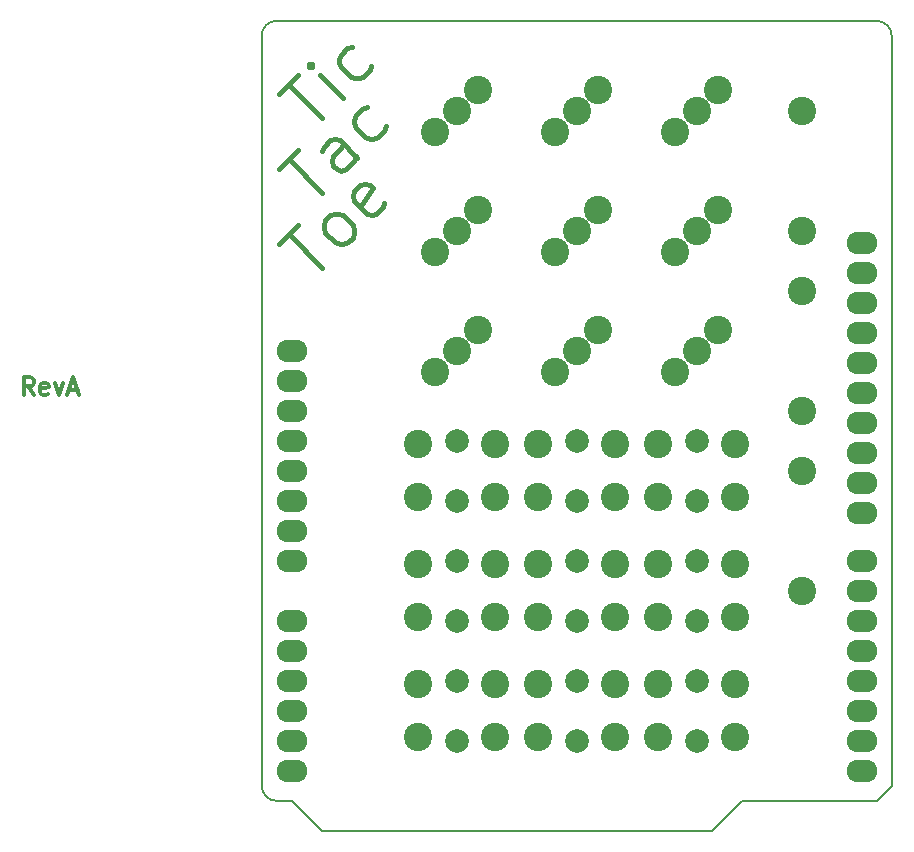
<source format=gbr>
G04 #@! TF.FileFunction,Soldermask,Top*
%FSLAX46Y46*%
G04 Gerber Fmt 4.6, Leading zero omitted, Abs format (unit mm)*
G04 Created by KiCad (PCBNEW 4.0.5) date 02/22/17 23:16:55*
%MOMM*%
%LPD*%
G01*
G04 APERTURE LIST*
%ADD10C,0.100000*%
%ADD11C,0.300000*%
%ADD12C,0.400000*%
%ADD13C,0.150000*%
%ADD14C,2.400000*%
%ADD15C,2.000000*%
%ADD16O,2.599640X1.924000*%
%ADD17O,2.597100X1.924000*%
G04 APERTURE END LIST*
D10*
D11*
X30230144Y-95166571D02*
X29730144Y-94452286D01*
X29373001Y-95166571D02*
X29373001Y-93666571D01*
X29944429Y-93666571D01*
X30087287Y-93738000D01*
X30158715Y-93809429D01*
X30230144Y-93952286D01*
X30230144Y-94166571D01*
X30158715Y-94309429D01*
X30087287Y-94380857D01*
X29944429Y-94452286D01*
X29373001Y-94452286D01*
X31444429Y-95095143D02*
X31301572Y-95166571D01*
X31015858Y-95166571D01*
X30873001Y-95095143D01*
X30801572Y-94952286D01*
X30801572Y-94380857D01*
X30873001Y-94238000D01*
X31015858Y-94166571D01*
X31301572Y-94166571D01*
X31444429Y-94238000D01*
X31515858Y-94380857D01*
X31515858Y-94523714D01*
X30801572Y-94666571D01*
X32015858Y-94166571D02*
X32373001Y-95166571D01*
X32730143Y-94166571D01*
X33230143Y-94738000D02*
X33944429Y-94738000D01*
X33087286Y-95166571D02*
X33587286Y-93666571D01*
X34087286Y-95166571D01*
D12*
X51031268Y-82395931D02*
X52647512Y-80779687D01*
X54667817Y-84416236D02*
X51839390Y-81587809D01*
X56822810Y-82261244D02*
X56418748Y-82395931D01*
X56149374Y-82395931D01*
X55745313Y-82261244D01*
X54937191Y-81453122D01*
X54802504Y-81049061D01*
X54802504Y-80779687D01*
X54937191Y-80375626D01*
X55341252Y-79971565D01*
X55745312Y-79836878D01*
X56014688Y-79836878D01*
X56418748Y-79971565D01*
X57226870Y-80779687D01*
X57361557Y-81183747D01*
X57361557Y-81453123D01*
X57226870Y-81857183D01*
X56822810Y-82261244D01*
X59920610Y-78894069D02*
X59785924Y-79298130D01*
X59247175Y-79836878D01*
X58843115Y-79971565D01*
X58439053Y-79836877D01*
X57361558Y-78759382D01*
X57226870Y-78355320D01*
X57361557Y-77951260D01*
X57900305Y-77412512D01*
X58304366Y-77277825D01*
X58708428Y-77412512D01*
X58977802Y-77681885D01*
X57900305Y-79298129D01*
X51031268Y-76045931D02*
X52647512Y-74429687D01*
X54667817Y-78066236D02*
X51839390Y-75237809D01*
X57630931Y-75103122D02*
X56149374Y-73621565D01*
X55745312Y-73486878D01*
X55341252Y-73621565D01*
X54802504Y-74160313D01*
X54667817Y-74564374D01*
X57496245Y-74968435D02*
X57361557Y-75372496D01*
X56688122Y-76045931D01*
X56284061Y-76180618D01*
X55880000Y-76045931D01*
X55610626Y-75776557D01*
X55475939Y-75372496D01*
X55610626Y-74968435D01*
X56284061Y-74295000D01*
X56418748Y-73890939D01*
X60055298Y-72409382D02*
X59920610Y-72813443D01*
X59381863Y-73352190D01*
X58977802Y-73486878D01*
X58708427Y-73486877D01*
X58304367Y-73352190D01*
X57496245Y-72544069D01*
X57361558Y-72140008D01*
X57361557Y-71870633D01*
X57496245Y-71466572D01*
X58034992Y-70927825D01*
X58439053Y-70793137D01*
X51002359Y-69724840D02*
X52618604Y-68108595D01*
X54638909Y-71745144D02*
X51810482Y-68916717D01*
X56389840Y-69994214D02*
X54504222Y-68108595D01*
X53561413Y-67165786D02*
X53561413Y-67435160D01*
X53830786Y-67435160D01*
X53830786Y-67165786D01*
X53561413Y-67165786D01*
X53830786Y-67435160D01*
X58814206Y-67300473D02*
X58679519Y-67704535D01*
X58140771Y-68243282D01*
X57736710Y-68377970D01*
X57467335Y-68377969D01*
X57063275Y-68243282D01*
X56255153Y-67435160D01*
X56120466Y-67031100D01*
X56120465Y-66761725D01*
X56255153Y-66357664D01*
X56793900Y-65818916D01*
X57197962Y-65684229D01*
D13*
X102870000Y-128270000D02*
X102870000Y-64770000D01*
X49530000Y-64770000D02*
X49530000Y-128270000D01*
X54610000Y-132080000D02*
X87630000Y-132080000D01*
X54610000Y-132080000D02*
X52070000Y-129540000D01*
X52070000Y-129540000D02*
X50800000Y-129540000D01*
X101600000Y-129540000D02*
X90170000Y-129540000D01*
X90170000Y-129540000D02*
X87630000Y-132080000D01*
X102870000Y-128270000D02*
X101600000Y-129540000D01*
X102870000Y-64770000D02*
G75*
G03X101600000Y-63500000I-1270000J0D01*
G01*
X50800000Y-63500000D02*
X101600000Y-63500000D01*
X50800000Y-63500000D02*
G75*
G03X49530000Y-64770000I0J-1270000D01*
G01*
X49530000Y-128270000D02*
G75*
G03X50800000Y-129540000I1270000J0D01*
G01*
D14*
X66040000Y-71120000D03*
X64243949Y-72916051D03*
X67836051Y-69323949D03*
X76200000Y-71120000D03*
X74403949Y-72916051D03*
X77996051Y-69323949D03*
X86360000Y-71120000D03*
X84563949Y-72916051D03*
X88156051Y-69323949D03*
X66040000Y-81280000D03*
X64243949Y-83076051D03*
X67836051Y-79483949D03*
X76200000Y-81280000D03*
X74403949Y-83076051D03*
X77996051Y-79483949D03*
X86360000Y-81280000D03*
X84563949Y-83076051D03*
X88156051Y-79483949D03*
X66040000Y-91440000D03*
X64243949Y-93236051D03*
X67836051Y-89643949D03*
X76200000Y-91440000D03*
X74403949Y-93236051D03*
X77996051Y-89643949D03*
X86360000Y-91440000D03*
X84563949Y-93236051D03*
X88156051Y-89643949D03*
X95250000Y-81280000D03*
X95250000Y-71120000D03*
X95250000Y-96520000D03*
X95250000Y-86360000D03*
X95250000Y-111760000D03*
X95250000Y-101600000D03*
X79450000Y-99350000D03*
X72950000Y-103850000D03*
X79450000Y-103850000D03*
X72950000Y-99350000D03*
D15*
X76200000Y-104140000D03*
X76200000Y-99060000D03*
D14*
X69290000Y-99350000D03*
X62790000Y-103850000D03*
X69290000Y-103850000D03*
X62790000Y-99350000D03*
D15*
X66040000Y-104140000D03*
X66040000Y-99060000D03*
D14*
X89610000Y-99350000D03*
X83110000Y-103850000D03*
X89610000Y-103850000D03*
X83110000Y-99350000D03*
D15*
X86360000Y-104140000D03*
X86360000Y-99060000D03*
D14*
X69290000Y-109510000D03*
X62790000Y-114010000D03*
X69290000Y-114010000D03*
X62790000Y-109510000D03*
D15*
X66040000Y-114300000D03*
X66040000Y-109220000D03*
D14*
X79450000Y-109510000D03*
X72950000Y-114010000D03*
X79450000Y-114010000D03*
X72950000Y-109510000D03*
D15*
X76200000Y-114300000D03*
X76200000Y-109220000D03*
D14*
X89610000Y-109510000D03*
X83110000Y-114010000D03*
X89610000Y-114010000D03*
X83110000Y-109510000D03*
D15*
X86360000Y-114300000D03*
X86360000Y-109220000D03*
D14*
X69290000Y-119670000D03*
X62790000Y-124170000D03*
X69290000Y-124170000D03*
X62790000Y-119670000D03*
D15*
X66040000Y-124460000D03*
X66040000Y-119380000D03*
D14*
X79450000Y-119670000D03*
X72950000Y-124170000D03*
X79450000Y-124170000D03*
X72950000Y-119670000D03*
D15*
X76200000Y-124460000D03*
X76200000Y-119380000D03*
D14*
X89610000Y-119670000D03*
X83110000Y-124170000D03*
X89610000Y-124170000D03*
X83110000Y-119670000D03*
D15*
X86360000Y-124460000D03*
X86360000Y-119380000D03*
D16*
X52070000Y-91440000D03*
X52070000Y-93980000D03*
X52070000Y-96520000D03*
X52070000Y-99060000D03*
X52070000Y-101600000D03*
X52070000Y-104140000D03*
X52070000Y-106680000D03*
X52070000Y-109220000D03*
X52070000Y-114300000D03*
X52070000Y-116840000D03*
X52070000Y-119380000D03*
X52070000Y-121920000D03*
X52070000Y-124460000D03*
X52070000Y-127000000D03*
D17*
X100330000Y-127000000D03*
X100330000Y-124460000D03*
X100330000Y-121920000D03*
X100330000Y-119380000D03*
X100330000Y-116840000D03*
X100330000Y-114300000D03*
X100330000Y-111760000D03*
X100330000Y-109220000D03*
X100330000Y-105156000D03*
X100330000Y-102616000D03*
X100330000Y-100076000D03*
X100330000Y-97536000D03*
X100330000Y-94996000D03*
X100330000Y-92456000D03*
X100330000Y-89916000D03*
X100330000Y-87378540D03*
X100330000Y-84836000D03*
X100330000Y-82296000D03*
M02*

</source>
